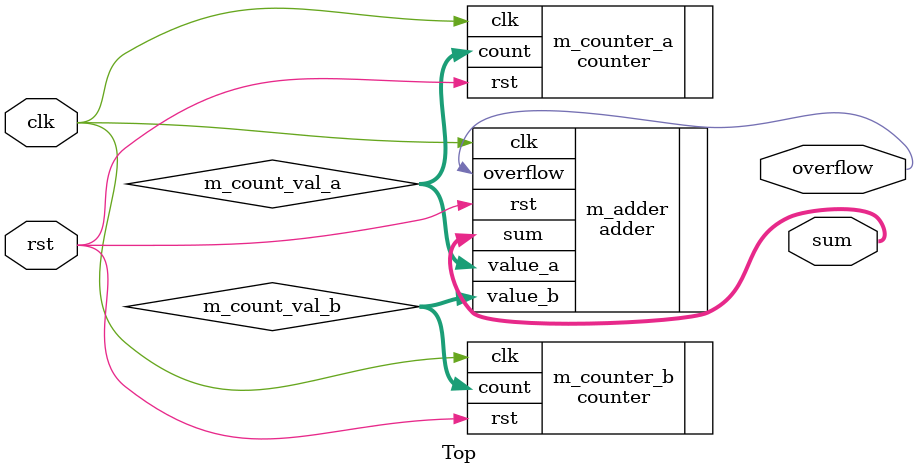
<source format=v>

module Top #(
    parameter WIDTH = 8
) (
      input  wire             clk
    , input  wire             rst
    , output wire [WIDTH-1:0] sum
    , output wire             overflow
);

wire [WIDTH-1:0] m_count_val_a, m_count_val_b;

counter #(
    .WIDTH(WIDTH)
) m_counter_a (
      .clk  (clk          )
    , .rst  (rst          )
    , .count(m_count_val_a)
);

counter #(
    .WIDTH(WIDTH)
) m_counter_b (
      .clk  (clk          )
    , .rst  (rst          )
    , .count(m_count_val_b)
);

adder #(
    .WIDTH(WIDTH)
) m_adder (
      .clk     (clk          )
    , .rst     (rst          )
    , .value_a (m_count_val_a)
    , .value_b (m_count_val_b)
    , .sum     (sum          )
    , .overflow(overflow     )
);

endmodule

</source>
